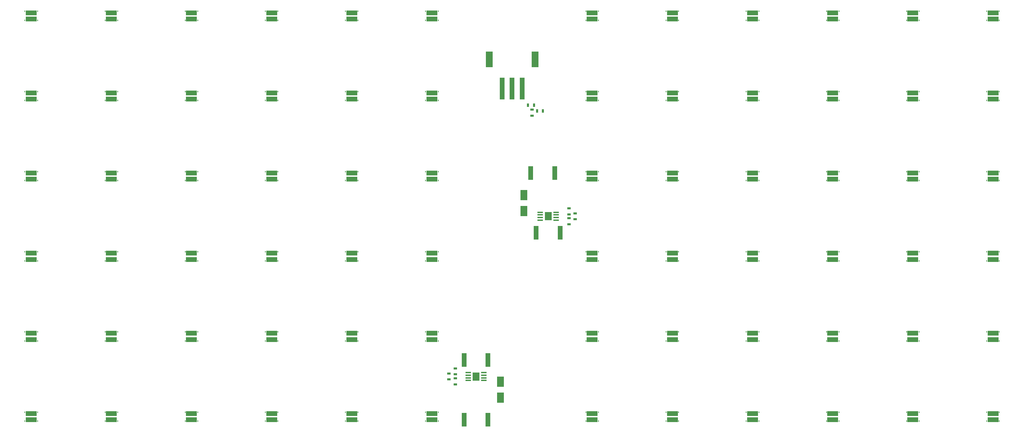
<source format=gtp>
%FSLAX25Y25*%
%MOIN*%
G70*
G01*
G75*
G04 Layer_Color=8421504*
%ADD10R,0.04724X0.13386*%
%ADD11R,0.06693X0.07874*%
%ADD12R,0.05315X0.01772*%
%ADD13R,0.01378X0.02165*%
%ADD14R,0.11024X0.04921*%
%ADD15R,0.09252X0.20079*%
%ADD16R,0.06693X0.09843*%
%ADD17R,0.03543X0.02362*%
%ADD18R,0.07087X0.03543*%
%ADD19R,0.07087X0.15354*%
%ADD20R,0.05118X0.21654*%
%ADD21R,0.02362X0.03543*%
%ADD22C,0.00591*%
%ADD23C,0.01772*%
%ADD24C,0.15748*%
%ADD25O,0.15748X0.29134*%
%ADD26C,0.00984*%
%ADD27C,0.00787*%
%ADD28C,0.00100*%
%ADD29R,0.00984X0.01772*%
%ADD30R,0.10630X0.04528*%
D10*
X-23622Y-200000D02*
D03*
X-47244D02*
D03*
X23622Y-16142D02*
D03*
X47244D02*
D03*
X-23622Y-141338D02*
D03*
X-47244D02*
D03*
X41929Y42520D02*
D03*
X18307D02*
D03*
D11*
X35433Y0D02*
D03*
X-35433Y-157480D02*
D03*
D12*
X27657Y3838D02*
D03*
Y1279D02*
D03*
Y-1280D02*
D03*
Y-3839D02*
D03*
X43209Y3838D02*
D03*
Y1279D02*
D03*
Y-1280D02*
D03*
Y-3839D02*
D03*
X-27657Y-161319D02*
D03*
Y-158760D02*
D03*
Y-156201D02*
D03*
Y-153642D02*
D03*
X-43209Y-161319D02*
D03*
Y-158760D02*
D03*
Y-156201D02*
D03*
Y-153642D02*
D03*
D16*
X11417Y20866D02*
D03*
Y5118D02*
D03*
X-11417Y-178346D02*
D03*
Y-162598D02*
D03*
D17*
X62008Y-3051D02*
D03*
Y2854D02*
D03*
X-62008Y-154429D02*
D03*
Y-160335D02*
D03*
X55905Y7776D02*
D03*
Y1870D02*
D03*
X-55905Y-165256D02*
D03*
Y-159350D02*
D03*
X55905Y-2067D02*
D03*
Y-7973D02*
D03*
X-55905Y-155413D02*
D03*
Y-149508D02*
D03*
X19488Y98721D02*
D03*
Y104626D02*
D03*
D19*
X22441Y154134D02*
D03*
X-22441D02*
D03*
D20*
X-9842Y125394D02*
D03*
X-0D02*
D03*
X9843D02*
D03*
D21*
X15650Y109153D02*
D03*
X21555D02*
D03*
X30315Y103543D02*
D03*
X24409D02*
D03*
D29*
X466240Y201280D02*
D03*
X478642D02*
D03*
X466240Y192421D02*
D03*
X478642D02*
D03*
X-72539Y-201280D02*
D03*
X-84941D02*
D03*
X-72539Y-192421D02*
D03*
X-84941D02*
D03*
X466240Y122539D02*
D03*
X478642D02*
D03*
X466240Y113681D02*
D03*
X478642D02*
D03*
X-72539Y-122539D02*
D03*
X-84941D02*
D03*
X-72539Y-113681D02*
D03*
X-84941D02*
D03*
X466240Y43799D02*
D03*
X478642D02*
D03*
X466240Y34941D02*
D03*
X478642D02*
D03*
X-72539Y-43799D02*
D03*
X-84941D02*
D03*
X-72539Y-34941D02*
D03*
X-84941D02*
D03*
X466240Y-34941D02*
D03*
X478642D02*
D03*
X466240Y-43799D02*
D03*
X478642D02*
D03*
X-72539Y34941D02*
D03*
X-84941D02*
D03*
X-72539Y43799D02*
D03*
X-84941D02*
D03*
X466240Y-113681D02*
D03*
X478642D02*
D03*
X466240Y-122539D02*
D03*
X478642D02*
D03*
X-72539Y113681D02*
D03*
X-84941D02*
D03*
X-72539Y122539D02*
D03*
X-84941D02*
D03*
X466240Y-192421D02*
D03*
X478642D02*
D03*
X466240Y-201280D02*
D03*
X478642D02*
D03*
X-72539Y192421D02*
D03*
X-84941D02*
D03*
X-72539Y201280D02*
D03*
X-84941D02*
D03*
X387500Y201280D02*
D03*
X399902D02*
D03*
X387500Y192421D02*
D03*
X399902D02*
D03*
X-151279Y-201280D02*
D03*
X-163681D02*
D03*
X-151279Y-192421D02*
D03*
X-163681D02*
D03*
X387500Y122539D02*
D03*
X399902D02*
D03*
X387500Y113681D02*
D03*
X399902D02*
D03*
X-151279Y-122539D02*
D03*
X-163681D02*
D03*
X-151279Y-113681D02*
D03*
X-163681D02*
D03*
X387500Y43799D02*
D03*
X399902D02*
D03*
X387500Y34941D02*
D03*
X399902D02*
D03*
X-151279Y-43799D02*
D03*
X-163681D02*
D03*
X-151279Y-34941D02*
D03*
X-163681D02*
D03*
X387500Y-34941D02*
D03*
X399902D02*
D03*
X387500Y-43799D02*
D03*
X399902D02*
D03*
X-151279Y34941D02*
D03*
X-163681D02*
D03*
X-151279Y43799D02*
D03*
X-163681D02*
D03*
X387500Y-113681D02*
D03*
X399902D02*
D03*
X387500Y-122539D02*
D03*
X399902D02*
D03*
X-151279Y113681D02*
D03*
X-163681D02*
D03*
X-151279Y122539D02*
D03*
X-163681D02*
D03*
X387500Y-192421D02*
D03*
X399902D02*
D03*
X387500Y-201280D02*
D03*
X399902D02*
D03*
X-151279Y192421D02*
D03*
X-163681D02*
D03*
X-151279Y201280D02*
D03*
X-163681D02*
D03*
X308760Y201280D02*
D03*
X321162D02*
D03*
X308760Y192421D02*
D03*
X321162D02*
D03*
X-230020Y-201280D02*
D03*
X-242421D02*
D03*
X-230020Y-192421D02*
D03*
X-242421D02*
D03*
X308760Y122539D02*
D03*
X321162D02*
D03*
X308760Y113681D02*
D03*
X321162D02*
D03*
X-230020Y-122539D02*
D03*
X-242421D02*
D03*
X-230020Y-113681D02*
D03*
X-242421D02*
D03*
X308760Y43799D02*
D03*
X321162D02*
D03*
X308760Y34941D02*
D03*
X321162D02*
D03*
X-230020Y-43799D02*
D03*
X-242421D02*
D03*
X-230020Y-34941D02*
D03*
X-242421D02*
D03*
X308760Y-34941D02*
D03*
X321162D02*
D03*
X308760Y-43799D02*
D03*
X321162D02*
D03*
X-230020Y34941D02*
D03*
X-242421D02*
D03*
X-230020Y43799D02*
D03*
X-242421D02*
D03*
X308760Y-113681D02*
D03*
X321162D02*
D03*
X308760Y-122539D02*
D03*
X321162D02*
D03*
X-230020Y113681D02*
D03*
X-242421D02*
D03*
X-230020Y122539D02*
D03*
X-242421D02*
D03*
X308760Y-192421D02*
D03*
X321162D02*
D03*
X308760Y-201280D02*
D03*
X321162D02*
D03*
X-230020Y192421D02*
D03*
X-242421D02*
D03*
X-230020Y201280D02*
D03*
X-242421D02*
D03*
X230020Y201280D02*
D03*
X242421D02*
D03*
X230020Y192421D02*
D03*
X242421D02*
D03*
X-308760Y-201280D02*
D03*
X-321162D02*
D03*
X-308760Y-192421D02*
D03*
X-321162D02*
D03*
X230020Y122539D02*
D03*
X242421D02*
D03*
X230020Y113681D02*
D03*
X242421D02*
D03*
X-308760Y-122539D02*
D03*
X-321162D02*
D03*
X-308760Y-113681D02*
D03*
X-321162D02*
D03*
X230020Y43799D02*
D03*
X242421D02*
D03*
X230020Y34941D02*
D03*
X242421D02*
D03*
X-308760Y-43799D02*
D03*
X-321162D02*
D03*
X-308760Y-34941D02*
D03*
X-321162D02*
D03*
X230020Y-34941D02*
D03*
X242421D02*
D03*
X230020Y-43799D02*
D03*
X242421D02*
D03*
X-308760Y34941D02*
D03*
X-321162D02*
D03*
X-308760Y43799D02*
D03*
X-321162D02*
D03*
X230020Y-113681D02*
D03*
X242421D02*
D03*
X230020Y-122539D02*
D03*
X242421D02*
D03*
X-308760Y113681D02*
D03*
X-321162D02*
D03*
X-308760Y122539D02*
D03*
X-321162D02*
D03*
X230020Y-192421D02*
D03*
X242421D02*
D03*
X230020Y-201280D02*
D03*
X242421D02*
D03*
X-308760Y192421D02*
D03*
X-321162D02*
D03*
X-308760Y201280D02*
D03*
X-321162D02*
D03*
X151279Y201280D02*
D03*
X163681D02*
D03*
X151279Y192421D02*
D03*
X163681D02*
D03*
X-387500Y-201280D02*
D03*
X-399902D02*
D03*
X-387500Y-192421D02*
D03*
X-399902D02*
D03*
X151279Y122539D02*
D03*
X163681D02*
D03*
X151279Y113681D02*
D03*
X163681D02*
D03*
X-387500Y-122539D02*
D03*
X-399902D02*
D03*
X-387500Y-113681D02*
D03*
X-399902D02*
D03*
X151279Y43799D02*
D03*
X163681D02*
D03*
X151279Y34941D02*
D03*
X163681D02*
D03*
X-387500Y-43799D02*
D03*
X-399902D02*
D03*
X-387500Y-34941D02*
D03*
X-399902D02*
D03*
X151279Y-34941D02*
D03*
X163681D02*
D03*
X151279Y-43799D02*
D03*
X163681D02*
D03*
X-387500Y34941D02*
D03*
X-399902D02*
D03*
X-387500Y43799D02*
D03*
X-399902D02*
D03*
X151279Y-113681D02*
D03*
X163681D02*
D03*
X151279Y-122539D02*
D03*
X163681D02*
D03*
X-387500Y113681D02*
D03*
X-399902D02*
D03*
X-387500Y122539D02*
D03*
X-399902D02*
D03*
X151279Y-192421D02*
D03*
X163681D02*
D03*
X151279Y-201280D02*
D03*
X163681D02*
D03*
X-387500Y192421D02*
D03*
X-399902D02*
D03*
X-387500Y201280D02*
D03*
X-399902D02*
D03*
X72539Y201280D02*
D03*
X84941D02*
D03*
X72539Y192421D02*
D03*
X84941D02*
D03*
X-466240Y-201280D02*
D03*
X-478642D02*
D03*
X-466240Y-192421D02*
D03*
X-478642D02*
D03*
X72539Y122539D02*
D03*
X84941D02*
D03*
X72539Y113681D02*
D03*
X84941D02*
D03*
X-466240Y-122539D02*
D03*
X-478642D02*
D03*
X-466240Y-113681D02*
D03*
X-478642D02*
D03*
X72539Y43799D02*
D03*
X84941D02*
D03*
X72539Y34941D02*
D03*
X84941D02*
D03*
X-466240Y-43799D02*
D03*
X-478642D02*
D03*
X-466240Y-34941D02*
D03*
X-478642D02*
D03*
X72539Y-34941D02*
D03*
X84941D02*
D03*
X72539Y-43799D02*
D03*
X84941D02*
D03*
X-466240Y34941D02*
D03*
X-478642D02*
D03*
X-466240Y43799D02*
D03*
X-478642D02*
D03*
X72539Y-113681D02*
D03*
X84941D02*
D03*
X72539Y-122539D02*
D03*
X84941D02*
D03*
X-466240Y113681D02*
D03*
X-478642D02*
D03*
X-466240Y122539D02*
D03*
X-478642D02*
D03*
X72539Y-192421D02*
D03*
X84941D02*
D03*
X72539Y-201280D02*
D03*
X84941D02*
D03*
X-466240Y192421D02*
D03*
X-478642D02*
D03*
X-466240Y201280D02*
D03*
X-478642D02*
D03*
D30*
X472441Y199902D02*
D03*
Y193799D02*
D03*
X-78740Y-199902D02*
D03*
Y-193799D02*
D03*
X472441Y121161D02*
D03*
Y115059D02*
D03*
X-78740Y-121161D02*
D03*
Y-115059D02*
D03*
X472441Y42421D02*
D03*
Y36319D02*
D03*
X-78740Y-42421D02*
D03*
Y-36319D02*
D03*
X472441Y-36319D02*
D03*
Y-42421D02*
D03*
X-78740Y36319D02*
D03*
Y42421D02*
D03*
X472441Y-115059D02*
D03*
Y-121161D02*
D03*
X-78740Y115059D02*
D03*
Y121161D02*
D03*
X472441Y-193799D02*
D03*
Y-199902D02*
D03*
X-78740Y193799D02*
D03*
Y199902D02*
D03*
X393701Y199902D02*
D03*
Y193799D02*
D03*
X-157480Y-199902D02*
D03*
Y-193799D02*
D03*
X393701Y121161D02*
D03*
Y115059D02*
D03*
X-157480Y-121161D02*
D03*
Y-115059D02*
D03*
X393701Y42421D02*
D03*
Y36319D02*
D03*
X-157480Y-42421D02*
D03*
Y-36319D02*
D03*
X393701Y-36319D02*
D03*
Y-42421D02*
D03*
X-157480Y36319D02*
D03*
Y42421D02*
D03*
X393701Y-115059D02*
D03*
Y-121161D02*
D03*
X-157480Y115059D02*
D03*
Y121161D02*
D03*
X393701Y-193799D02*
D03*
Y-199902D02*
D03*
X-157480Y193799D02*
D03*
Y199902D02*
D03*
X314961Y199902D02*
D03*
Y193799D02*
D03*
X-236220Y-199902D02*
D03*
Y-193799D02*
D03*
X314961Y121161D02*
D03*
Y115059D02*
D03*
X-236220Y-121161D02*
D03*
Y-115059D02*
D03*
X314961Y42421D02*
D03*
Y36319D02*
D03*
X-236220Y-42421D02*
D03*
Y-36319D02*
D03*
X314961Y-36319D02*
D03*
Y-42421D02*
D03*
X-236220Y36319D02*
D03*
Y42421D02*
D03*
X314961Y-115059D02*
D03*
Y-121161D02*
D03*
X-236220Y115059D02*
D03*
Y121161D02*
D03*
X314961Y-193799D02*
D03*
Y-199902D02*
D03*
X-236220Y193799D02*
D03*
Y199902D02*
D03*
X236220Y199902D02*
D03*
Y193799D02*
D03*
X-314961Y-199902D02*
D03*
Y-193799D02*
D03*
X236220Y121161D02*
D03*
Y115059D02*
D03*
X-314961Y-121161D02*
D03*
Y-115059D02*
D03*
X236220Y42421D02*
D03*
Y36319D02*
D03*
X-314961Y-42421D02*
D03*
Y-36319D02*
D03*
X236220Y-36319D02*
D03*
Y-42421D02*
D03*
X-314961Y36319D02*
D03*
Y42421D02*
D03*
X236220Y-115059D02*
D03*
Y-121161D02*
D03*
X-314961Y115059D02*
D03*
Y121161D02*
D03*
X236220Y-193799D02*
D03*
Y-199902D02*
D03*
X-314961Y193799D02*
D03*
Y199902D02*
D03*
X157480Y199902D02*
D03*
Y193799D02*
D03*
X-393701Y-199902D02*
D03*
Y-193799D02*
D03*
X157480Y121161D02*
D03*
Y115059D02*
D03*
X-393701Y-121161D02*
D03*
Y-115059D02*
D03*
X157480Y42421D02*
D03*
Y36319D02*
D03*
X-393701Y-42421D02*
D03*
Y-36319D02*
D03*
X157480Y-36319D02*
D03*
Y-42421D02*
D03*
X-393701Y36319D02*
D03*
Y42421D02*
D03*
X157480Y-115059D02*
D03*
Y-121161D02*
D03*
X-393701Y115059D02*
D03*
Y121161D02*
D03*
X157480Y-193799D02*
D03*
Y-199902D02*
D03*
X-393701Y193799D02*
D03*
Y199902D02*
D03*
X78740Y199902D02*
D03*
Y193799D02*
D03*
X-472441Y-199902D02*
D03*
Y-193799D02*
D03*
X78740Y121161D02*
D03*
Y115059D02*
D03*
X-472441Y-121161D02*
D03*
Y-115059D02*
D03*
X78740Y42421D02*
D03*
Y36319D02*
D03*
X-472441Y-42421D02*
D03*
Y-36319D02*
D03*
X78740Y-36319D02*
D03*
Y-42421D02*
D03*
X-472441Y36319D02*
D03*
Y42421D02*
D03*
X78740Y-115059D02*
D03*
Y-121161D02*
D03*
X-472441Y115059D02*
D03*
Y121161D02*
D03*
X78740Y-193799D02*
D03*
Y-199902D02*
D03*
X-472441Y193799D02*
D03*
Y199902D02*
D03*
M02*

</source>
